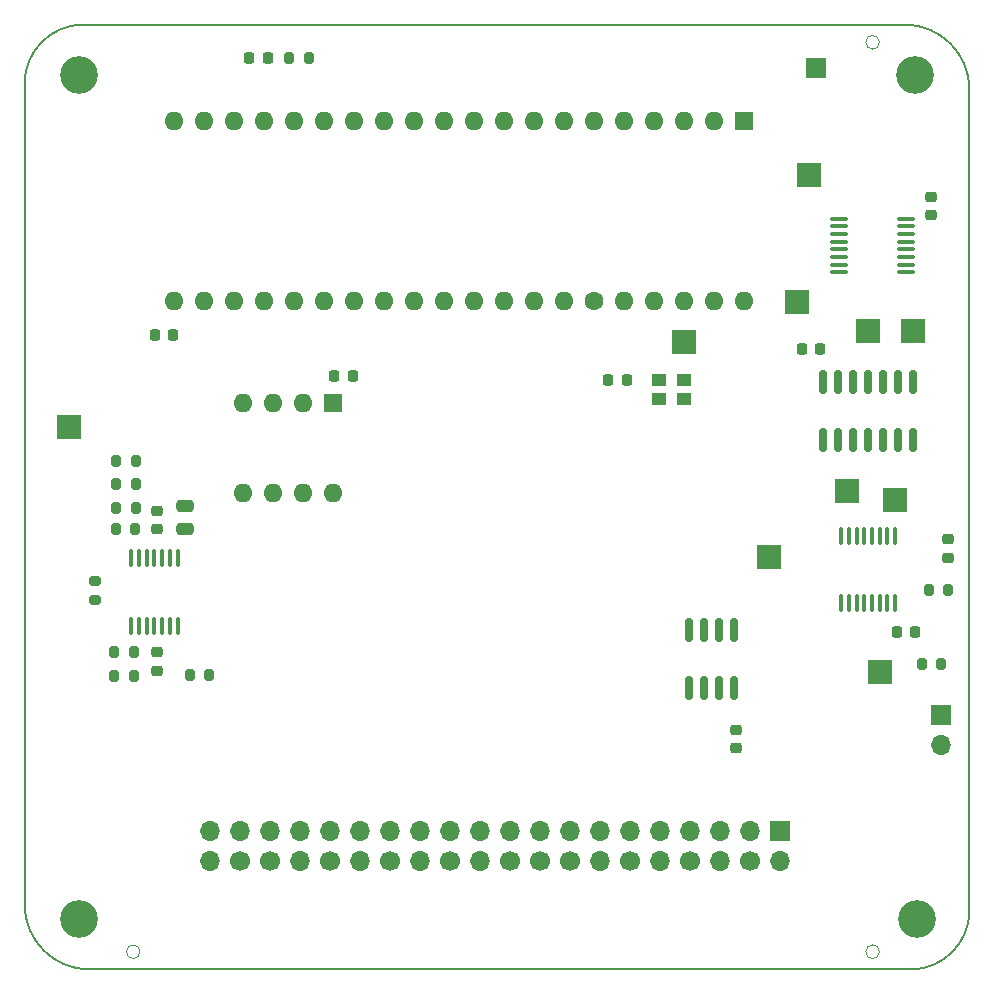
<source format=gbr>
G04 #@! TF.GenerationSoftware,KiCad,Pcbnew,7.0.11*
G04 #@! TF.CreationDate,2025-11-18T22:53:00-08:00*
G04 #@! TF.ProjectId,z2203,7a323230-332e-46b6-9963-61645f706362,rev?*
G04 #@! TF.SameCoordinates,PX3d83120PY6590fa0*
G04 #@! TF.FileFunction,Soldermask,Top*
G04 #@! TF.FilePolarity,Negative*
%FSLAX46Y46*%
G04 Gerber Fmt 4.6, Leading zero omitted, Abs format (unit mm)*
G04 Created by KiCad (PCBNEW 7.0.11) date 2025-11-18 22:53:00*
%MOMM*%
%LPD*%
G01*
G04 APERTURE LIST*
G04 Aperture macros list*
%AMRoundRect*
0 Rectangle with rounded corners*
0 $1 Rounding radius*
0 $2 $3 $4 $5 $6 $7 $8 $9 X,Y pos of 4 corners*
0 Add a 4 corners polygon primitive as box body*
4,1,4,$2,$3,$4,$5,$6,$7,$8,$9,$2,$3,0*
0 Add four circle primitives for the rounded corners*
1,1,$1+$1,$2,$3*
1,1,$1+$1,$4,$5*
1,1,$1+$1,$6,$7*
1,1,$1+$1,$8,$9*
0 Add four rect primitives between the rounded corners*
20,1,$1+$1,$2,$3,$4,$5,0*
20,1,$1+$1,$4,$5,$6,$7,0*
20,1,$1+$1,$6,$7,$8,$9,0*
20,1,$1+$1,$8,$9,$2,$3,0*%
%AMHorizOval*
0 Thick line with rounded ends*
0 $1 width*
0 $2 $3 position (X,Y) of the first rounded end (center of the circle)*
0 $4 $5 position (X,Y) of the second rounded end (center of the circle)*
0 Add line between two ends*
20,1,$1,$2,$3,$4,$5,0*
0 Add two circle primitives to create the rounded ends*
1,1,$1,$2,$3*
1,1,$1,$4,$5*%
G04 Aperture macros list end*
%ADD10C,3.200000*%
%ADD11RoundRect,0.200000X0.200000X0.275000X-0.200000X0.275000X-0.200000X-0.275000X0.200000X-0.275000X0*%
%ADD12RoundRect,0.218750X0.218750X0.256250X-0.218750X0.256250X-0.218750X-0.256250X0.218750X-0.256250X0*%
%ADD13R,1.700000X1.700000*%
%ADD14O,1.700000X1.700000*%
%ADD15HorizOval,1.700000X0.000000X0.000000X0.000000X0.000000X0*%
%ADD16RoundRect,0.225000X0.250000X-0.225000X0.250000X0.225000X-0.250000X0.225000X-0.250000X-0.225000X0*%
%ADD17RoundRect,0.150000X-0.150000X0.825000X-0.150000X-0.825000X0.150000X-0.825000X0.150000X0.825000X0*%
%ADD18R,2.000000X2.000000*%
%ADD19RoundRect,0.200000X-0.200000X-0.275000X0.200000X-0.275000X0.200000X0.275000X-0.200000X0.275000X0*%
%ADD20RoundRect,0.100000X0.100000X-0.637500X0.100000X0.637500X-0.100000X0.637500X-0.100000X-0.637500X0*%
%ADD21RoundRect,0.225000X-0.250000X0.225000X-0.250000X-0.225000X0.250000X-0.225000X0.250000X0.225000X0*%
%ADD22RoundRect,0.100000X-0.637500X-0.100000X0.637500X-0.100000X0.637500X0.100000X-0.637500X0.100000X0*%
%ADD23RoundRect,0.225000X0.225000X0.250000X-0.225000X0.250000X-0.225000X-0.250000X0.225000X-0.250000X0*%
%ADD24RoundRect,0.250000X0.475000X-0.250000X0.475000X0.250000X-0.475000X0.250000X-0.475000X-0.250000X0*%
%ADD25RoundRect,0.100000X-0.100000X0.637500X-0.100000X-0.637500X0.100000X-0.637500X0.100000X0.637500X0*%
%ADD26R,1.300000X1.100000*%
%ADD27RoundRect,0.225000X-0.225000X-0.250000X0.225000X-0.250000X0.225000X0.250000X-0.225000X0.250000X0*%
%ADD28RoundRect,0.218750X-0.256250X0.218750X-0.256250X-0.218750X0.256250X-0.218750X0.256250X0.218750X0*%
%ADD29RoundRect,0.200000X-0.275000X0.200000X-0.275000X-0.200000X0.275000X-0.200000X0.275000X0.200000X0*%
%ADD30R,1.600000X1.600000*%
%ADD31O,1.600000X1.600000*%
%ADD32RoundRect,0.150000X0.150000X-0.825000X0.150000X0.825000X-0.150000X0.825000X-0.150000X-0.825000X0*%
%ADD33HorizOval,1.600000X0.000000X0.000000X0.000000X0.000000X0*%
G04 #@! TA.AperFunction,Profile*
%ADD34C,0.150000*%
G04 #@! TD*
G04 #@! TA.AperFunction,Profile*
%ADD35C,0.050000*%
G04 #@! TD*
G04 APERTURE END LIST*
D10*
X76500000Y5900000D03*
X76300000Y77300000D03*
X5500000Y5900000D03*
X5500000Y77300000D03*
D11*
X24975000Y78785000D03*
X23325000Y78785000D03*
D12*
X21475000Y78785000D03*
X19900000Y78785000D03*
D13*
X64860000Y13300000D03*
D14*
X64860000Y10760000D03*
X62320000Y13300000D03*
D15*
X62320000Y10760000D03*
D14*
X59780000Y13300000D03*
X59780000Y10760000D03*
X57240000Y13300000D03*
D15*
X57240000Y10760000D03*
D14*
X54700000Y13300000D03*
X54700000Y10760000D03*
X52160000Y13300000D03*
D15*
X52160000Y10760000D03*
D14*
X49620000Y13300000D03*
X49620000Y10760000D03*
X47080000Y13300000D03*
D15*
X47080000Y10760000D03*
D14*
X44540000Y13300000D03*
D15*
X44540000Y10760000D03*
D14*
X42000000Y13300000D03*
D15*
X42000000Y10760000D03*
D14*
X39460000Y13300000D03*
X39460000Y10760000D03*
X36920000Y13300000D03*
D15*
X36920000Y10760000D03*
D14*
X34380000Y13300000D03*
X34380000Y10760000D03*
X31840000Y13300000D03*
D15*
X31840000Y10760000D03*
D14*
X29300000Y13300000D03*
X29300000Y10760000D03*
X26760000Y13300000D03*
D15*
X26760000Y10760000D03*
D14*
X24220000Y13300000D03*
X24220000Y10760000D03*
X21680000Y13300000D03*
D15*
X21680000Y10760000D03*
D14*
X19140000Y13300000D03*
D15*
X19140000Y10760000D03*
D14*
X16600000Y13300000D03*
X16600000Y10760000D03*
D16*
X61100000Y20325000D03*
X61100000Y21875000D03*
D17*
X61005000Y30375000D03*
X59735000Y30375000D03*
X58465000Y30375000D03*
X57195000Y30375000D03*
X57195000Y25425000D03*
X58465000Y25425000D03*
X59735000Y25425000D03*
X61005000Y25425000D03*
D18*
X56700000Y54700000D03*
X66300000Y58100000D03*
X4700000Y47500000D03*
X72322500Y55650000D03*
D13*
X78500000Y23175000D03*
D14*
X78500000Y20635000D03*
D18*
X67300000Y68900000D03*
D11*
X10125000Y28475000D03*
X8475000Y28475000D03*
D19*
X77472500Y33700000D03*
X79122500Y33700000D03*
D20*
X9950000Y30712500D03*
X10600000Y30712500D03*
X11250000Y30712500D03*
X11900000Y30712500D03*
X12550000Y30712500D03*
X13200000Y30712500D03*
X13850000Y30712500D03*
X13850000Y36437500D03*
X13200000Y36437500D03*
X12550000Y36437500D03*
X11900000Y36437500D03*
X11250000Y36437500D03*
X10600000Y36437500D03*
X9950000Y36437500D03*
D21*
X12100000Y40450000D03*
X12100000Y38900000D03*
D22*
X69837500Y65175000D03*
X69837500Y64525000D03*
X69837500Y63875000D03*
X69837500Y63225000D03*
X69837500Y62575000D03*
X69837500Y61925000D03*
X69837500Y61275000D03*
X69837500Y60625000D03*
X75562500Y60625000D03*
X75562500Y61275000D03*
X75562500Y61925000D03*
X75562500Y62575000D03*
X75562500Y63225000D03*
X75562500Y63875000D03*
X75562500Y64525000D03*
X75562500Y65175000D03*
D11*
X10125000Y26475000D03*
X8475000Y26475000D03*
D18*
X74622500Y41350000D03*
D11*
X16525000Y26500000D03*
X14875000Y26500000D03*
D23*
X28680000Y51880000D03*
X27130000Y51880000D03*
D18*
X63900000Y36500000D03*
D24*
X14500000Y38925000D03*
X14500000Y40825000D03*
D18*
X73300000Y26750000D03*
D25*
X74597500Y38312500D03*
X73947500Y38312500D03*
X73297500Y38312500D03*
X72647500Y38312500D03*
X71997500Y38312500D03*
X71347500Y38312500D03*
X70697500Y38312500D03*
X70047500Y38312500D03*
X70047500Y32587500D03*
X70697500Y32587500D03*
X71347500Y32587500D03*
X71997500Y32587500D03*
X72647500Y32587500D03*
X73297500Y32587500D03*
X73947500Y32587500D03*
X74597500Y32587500D03*
D26*
X54650000Y49875000D03*
X56750000Y49875000D03*
X56750000Y51525000D03*
X54650000Y51525000D03*
D27*
X66685000Y54100000D03*
X68235000Y54100000D03*
D28*
X79122500Y38037500D03*
X79122500Y36462500D03*
D18*
X70500000Y42100000D03*
D19*
X8650000Y40675000D03*
X10300000Y40675000D03*
D29*
X6900000Y34500000D03*
X6900000Y32850000D03*
D16*
X12100000Y26900000D03*
X12100000Y28450000D03*
D30*
X27000000Y49550000D03*
D31*
X24460000Y49550000D03*
X21920000Y49550000D03*
X19380000Y49550000D03*
X19380000Y41930000D03*
X21920000Y41930000D03*
X24460000Y41930000D03*
X27000000Y41930000D03*
D27*
X50325000Y51500000D03*
X51875000Y51500000D03*
D32*
X68490000Y46425000D03*
X69760000Y46425000D03*
X71030000Y46425000D03*
X72300000Y46425000D03*
X73570000Y46425000D03*
X74840000Y46425000D03*
X76110000Y46425000D03*
X76110000Y51375000D03*
X74840000Y51375000D03*
X73570000Y51375000D03*
X72300000Y51375000D03*
X71030000Y51375000D03*
X69760000Y51375000D03*
X68490000Y51375000D03*
D23*
X76322500Y30187500D03*
X74772500Y30187500D03*
D19*
X8650000Y42675000D03*
X10300000Y42675000D03*
X8650000Y44675000D03*
X10300000Y44675000D03*
X76875000Y27500000D03*
X78525000Y27500000D03*
D13*
X67900000Y77900000D03*
D27*
X11925000Y55300000D03*
X13475000Y55300000D03*
D11*
X10275000Y38875000D03*
X8625000Y38875000D03*
D21*
X77650000Y67025000D03*
X77650000Y65475000D03*
D18*
X76122500Y55650000D03*
D30*
X61825000Y73475000D03*
D31*
X59285000Y73475000D03*
X56745000Y73475000D03*
X54205000Y73475000D03*
X51665000Y73475000D03*
X49125000Y73475000D03*
X46585000Y73475000D03*
X44045000Y73475000D03*
X41505000Y73475000D03*
X38965000Y73475000D03*
X36425000Y73475000D03*
X33885000Y73475000D03*
X31345000Y73475000D03*
X28805000Y73475000D03*
X26265000Y73475000D03*
X23725000Y73475000D03*
X21185000Y73475000D03*
X18645000Y73475000D03*
X16105000Y73475000D03*
X13565000Y73475000D03*
X13565000Y58235000D03*
X16105000Y58235000D03*
X18645000Y58235000D03*
X21185000Y58235000D03*
X23725000Y58235000D03*
X26265000Y58235000D03*
X28805000Y58235000D03*
X31345000Y58235000D03*
X33885000Y58235000D03*
X36425000Y58235000D03*
X38965000Y58235000D03*
X41505000Y58235000D03*
X44045000Y58235000D03*
X46585000Y58235000D03*
D33*
X49125000Y58235000D03*
D31*
X51665000Y58235000D03*
X54205000Y58235000D03*
X56745000Y58235000D03*
X59285000Y58235000D03*
X61825000Y58235000D03*
D34*
X900000Y7100000D02*
G75*
G03*
X6400000Y1600000I5500000J0D01*
G01*
X75900000Y1600000D02*
G75*
G03*
X80900000Y6600000I0J5000000D01*
G01*
X75900000Y1600000D02*
X6400000Y1600000D01*
X5900000Y81600000D02*
G75*
G03*
X900000Y76600000I0J-5000000D01*
G01*
X80900000Y76100000D02*
G75*
G03*
X75400000Y81600000I-5500000J0D01*
G01*
X5900000Y81600000D02*
X75400000Y81600000D01*
X80900000Y6600000D02*
X80900000Y76100000D01*
X900000Y76600000D02*
X900000Y7100000D01*
D35*
X10676000Y3100000D02*
G75*
G03*
X9524000Y3100000I-576000J0D01*
G01*
X9524000Y3100000D02*
G75*
G03*
X10676000Y3100000I576000J0D01*
G01*
X73276000Y80100000D02*
G75*
G03*
X72124000Y80100000I-576000J0D01*
G01*
X72124000Y80100000D02*
G75*
G03*
X73276000Y80100000I576000J0D01*
G01*
X73276000Y3100000D02*
G75*
G03*
X72124000Y3100000I-576000J0D01*
G01*
X72124000Y3100000D02*
G75*
G03*
X73276000Y3100000I576000J0D01*
G01*
M02*

</source>
